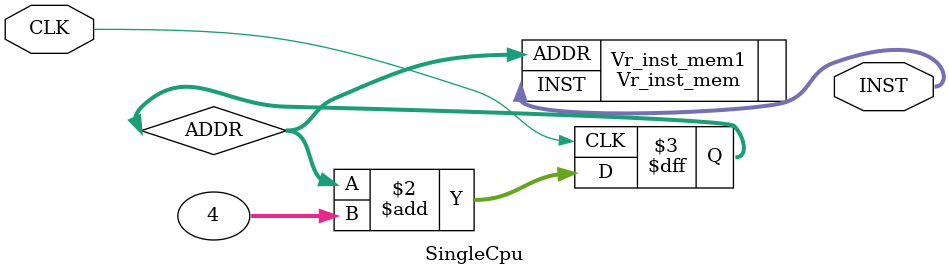
<source format=v>
module SingleCpu(CLK, INST);
    input CLK;
    output reg [31:0] INST;
    reg [31:0] ADDR;

Vr_inst_mem Vr_inst_mem1(.ADDR(ADDR), .INST(INST));

always @(posedge CLK) begin
    ADDR = ADDR + 4;
end




endmodule
</source>
